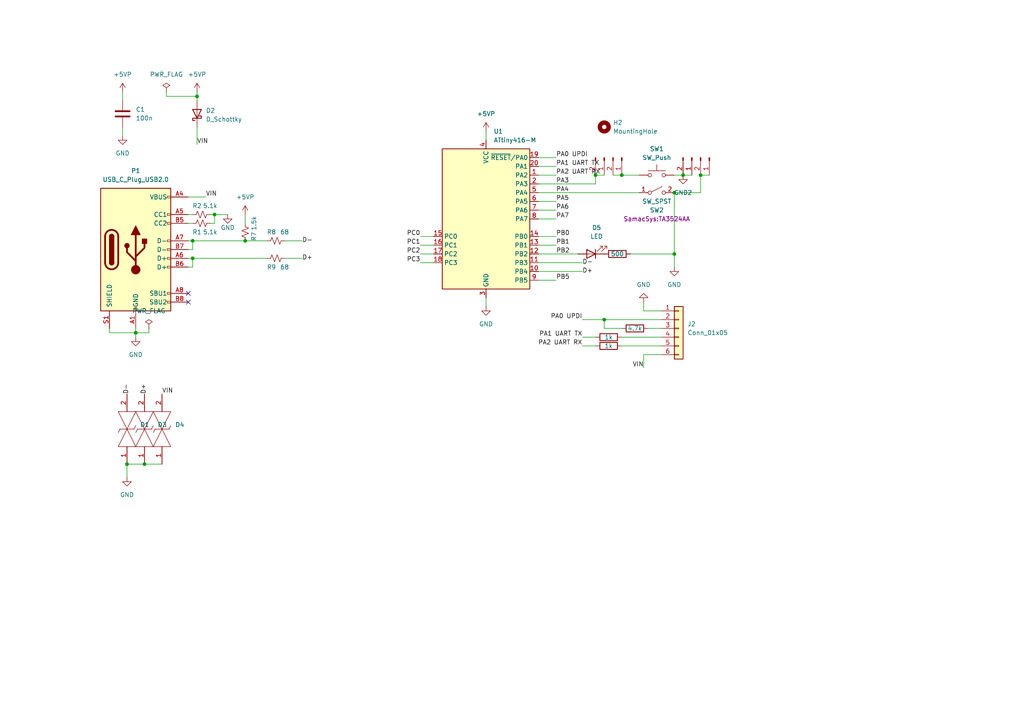
<source format=kicad_sch>
(kicad_sch (version 20230121) (generator eeschema)
  (paper "A4")
  (lib_symbols
    (symbol "Connector:Conn_01x02_Pin" (pin_names (offset 1.016) hide)
      (property "Reference" "J" (at 0 2.54 0))
      (property "Value" "Conn_01x02_Pin" (at 0 -5.08 0))
      (symbol "Conn_01x02_Pin_1_1"
        (polyline (pts (xy 1.27 -2.54) (xy 0.8636 -2.54)) (stroke (width 0.1524)))
        (polyline (pts (xy 1.27 0) (xy 0.8636 0)) (stroke (width 0.1524)))
        (rectangle (start 0.8636 -2.413) (end 0 -2.667) (stroke (width 0.1524)) (fill (type outline)))
        (rectangle (start 0.8636 0.127) (end 0 -0.127) (stroke (width 0.1524)) (fill (type outline)))
        (pin passive line (at 5.08 0 180) (length 3.81) (name "Pin_1") (number "1"))
        (pin passive line (at 5.08 -2.54 180) (length 3.81) (name "Pin_2") (number "2"))
      )
    )
    (symbol "Connector:USB_C_Receptacle_USB2.0" (pin_names (offset 1.016))
      (property "Reference" "J" (at -10.16 19.05 0))
      (property "Value" "USB_C_Receptacle_USB2.0" (at 19.05 19.05 0))
      (symbol "USB_C_Receptacle_USB2.0_0_0"
        (rectangle (start -0.254 -17.78) (end 0.254 -16.764))
        (rectangle (start 10.16 -14.986) (end 9.144 -15.494))
        (rectangle (start 10.16 -12.446) (end 9.144 -12.954))
        (rectangle (start 10.16 -4.826) (end 9.144 -5.334))
        (rectangle (start 10.16 -2.286) (end 9.144 -2.794))
        (rectangle (start 10.16 0.254) (end 9.144 -0.254))
        (rectangle (start 10.16 2.794) (end 9.144 2.286))
        (rectangle (start 10.16 7.874) (end 9.144 7.366))
        (rectangle (start 10.16 10.414) (end 9.144 9.906))
        (rectangle (start 10.16 15.494) (end 9.144 14.986))
      )
      (symbol "USB_C_Receptacle_USB2.0_0_1"
        (rectangle (start -10.16 17.78) (end 10.16 -17.78) (stroke (width 0.254)) (fill (type background)))
        (arc (start -8.89 -3.81) (mid -6.985 -5.7067) (end -5.08 -3.81) (stroke (width 0.508)))
        (arc (start -7.62 -3.81) (mid -6.985 -4.4423) (end -6.35 -3.81) (stroke (width 0.254)))
        (arc (start -7.62 -3.81) (mid -6.985 -4.4423) (end -6.35 -3.81) (stroke (width 0.254)) (fill (type outline)))
        (rectangle (start -7.62 -3.81) (end -6.35 3.81) (stroke (width 0.254)) (fill (type outline)))
        (arc (start -6.35 3.81) (mid -6.985 4.4423) (end -7.62 3.81) (stroke (width 0.254)))
        (arc (start -6.35 3.81) (mid -6.985 4.4423) (end -7.62 3.81) (stroke (width 0.254)) (fill (type outline)))
        (arc (start -5.08 3.81) (mid -6.985 5.7067) (end -8.89 3.81) (stroke (width 0.508)))
        (circle (center -2.54 1.143) (radius 0.635) (stroke (width 0.254)) (fill (type outline)))
        (circle (center 0 -5.842) (radius 1.27) (fill (type outline)))
        (polyline (pts (xy -8.89 -3.81) (xy -8.89 3.81)) (stroke (width 0.508)))
        (polyline (pts (xy -5.08 3.81) (xy -5.08 -3.81)) (stroke (width 0.508)))
        (polyline (pts (xy 0 -5.842) (xy 0 4.318)) (stroke (width 0.508)))
        (polyline (pts (xy 0 -3.302) (xy -2.54 -0.762) (xy -2.54 0.508)) (stroke (width 0.508)))
        (polyline (pts (xy 0 -2.032) (xy 2.54 0.508) (xy 2.54 1.778)) (stroke (width 0.508)))
        (polyline (pts (xy -1.27 4.318) (xy 0 6.858) (xy 1.27 4.318) (xy -1.27 4.318)) (stroke (width 0.254)) (fill (type outline)))
        (rectangle (start 1.905 1.778) (end 3.175 3.048) (stroke (width 0.254)) (fill (type outline)))
      )
      (symbol "USB_C_Receptacle_USB2.0_1_1"
        (pin passive line (at 0 -22.86 90) (length 5.08) (name "GND") (number "A1"))
        (pin passive line (at 0 -22.86 90) (length 5.08) hide (name "GND") (number "A12"))
        (pin passive line (at 15.24 15.24 180) (length 5.08) (name "VBUS") (number "A4"))
        (pin bidirectional line (at 15.24 10.16 180) (length 5.08) (name "CC1") (number "A5"))
        (pin bidirectional line (at 15.24 -2.54 180) (length 5.08) (name "D+") (number "A6"))
        (pin bidirectional line (at 15.24 2.54 180) (length 5.08) (name "D-") (number "A7"))
        (pin bidirectional line (at 15.24 -12.7 180) (length 5.08) (name "SBU1") (number "A8"))
        (pin passive line (at 15.24 15.24 180) (length 5.08) hide (name "VBUS") (number "A9"))
        (pin passive line (at 0 -22.86 90) (length 5.08) hide (name "GND") (number "B1"))
        (pin passive line (at 0 -22.86 90) (length 5.08) hide (name "GND") (number "B12"))
        (pin passive line (at 15.24 15.24 180) (length 5.08) hide (name "VBUS") (number "B4"))
        (pin bidirectional line (at 15.24 7.62 180) (length 5.08) (name "CC2") (number "B5"))
        (pin bidirectional line (at 15.24 -5.08 180) (length 5.08) (name "D+") (number "B6"))
        (pin bidirectional line (at 15.24 0 180) (length 5.08) (name "D-") (number "B7"))
        (pin bidirectional line (at 15.24 -15.24 180) (length 5.08) (name "SBU2") (number "B8"))
        (pin passive line (at 15.24 15.24 180) (length 5.08) hide (name "VBUS") (number "B9"))
        (pin passive line (at -7.62 -22.86 90) (length 5.08) (name "SHIELD") (number "S1"))
      )
    )
    (symbol "Connector_Generic:Conn_01x06" (pin_names (offset 1.016) hide)
      (property "Reference" "J" (at 0 7.62 0))
      (property "Value" "Conn_01x06" (at 0 -10.16 0))
      (symbol "Conn_01x06_1_1"
        (rectangle (start -1.27 -7.493) (end 0 -7.747) (stroke (width 0.1524)))
        (rectangle (start -1.27 -4.953) (end 0 -5.207) (stroke (width 0.1524)))
        (rectangle (start -1.27 -2.413) (end 0 -2.667) (stroke (width 0.1524)))
        (rectangle (start -1.27 0.127) (end 0 -0.127) (stroke (width 0.1524)))
        (rectangle (start -1.27 2.667) (end 0 2.413) (stroke (width 0.1524)))
        (rectangle (start -1.27 5.207) (end 0 4.953) (stroke (width 0.1524)))
        (rectangle (start -1.27 6.35) (end 1.27 -8.89) (stroke (width 0.254)) (fill (type background)))
        (pin passive line (at -5.08 5.08 0) (length 3.81) (name "Pin_1") (number "1"))
        (pin passive line (at -5.08 2.54 0) (length 3.81) (name "Pin_2") (number "2"))
        (pin passive line (at -5.08 0 0) (length 3.81) (name "Pin_3") (number "3"))
        (pin passive line (at -5.08 -2.54 0) (length 3.81) (name "Pin_4") (number "4"))
        (pin passive line (at -5.08 -5.08 0) (length 3.81) (name "Pin_5") (number "5"))
        (pin passive line (at -5.08 -7.62 0) (length 3.81) (name "Pin_6") (number "6"))
      )
    )
    (symbol "Device:C" (pin_numbers hide) (pin_names (offset 0.254))
      (property "Reference" "C" (at 0.635 2.54 0))
      (property "Value" "C" (at 0.635 -2.54 0))
      (symbol "C_0_1"
        (polyline (pts (xy -2.032 -0.762) (xy 2.032 -0.762)) (stroke (width 0.508)))
        (polyline (pts (xy -2.032 0.762) (xy 2.032 0.762)) (stroke (width 0.508)))
      )
      (symbol "C_1_1"
        (pin passive line (at 0 3.81 270) (length 2.794) (name "~") (number "1"))
        (pin passive line (at 0 -3.81 90) (length 2.794) (name "~") (number "2"))
      )
    )
    (symbol "Device:D_Schottky" (pin_numbers hide) (pin_names (offset 1.016) hide)
      (property "Reference" "D" (at 0 2.54 0))
      (property "Value" "D_Schottky" (at 0 -2.54 0))
      (symbol "D_Schottky_0_1"
        (polyline (pts (xy 1.27 0) (xy -1.27 0)))
        (polyline (pts (xy 1.27 1.27) (xy 1.27 -1.27) (xy -1.27 0) (xy 1.27 1.27)) (stroke (width 0.254)))
        (polyline (pts (xy -1.905 0.635) (xy -1.905 1.27) (xy -1.27 1.27) (xy -1.27 -1.27) (xy -0.635 -1.27) (xy -0.635 -0.635)) (stroke (width 0.254)))
      )
      (symbol "D_Schottky_1_1"
        (pin passive line (at -3.81 0 0) (length 2.54) (name "K") (number "1"))
        (pin passive line (at 3.81 0 180) (length 2.54) (name "A") (number "2"))
      )
    )
    (symbol "Device:LED" (pin_numbers hide) (pin_names (offset 1.016) hide)
      (property "Reference" "D" (at 0 2.54 0))
      (property "Value" "LED" (at 0 -2.54 0))
      (symbol "LED_0_1"
        (polyline (pts (xy -1.27 -1.27) (xy -1.27 1.27)) (stroke (width 0.254)))
        (polyline (pts (xy -1.27 0) (xy 1.27 0)))
        (polyline (pts (xy 1.27 -1.27) (xy 1.27 1.27) (xy -1.27 0) (xy 1.27 -1.27)) (stroke (width 0.254)))
        (polyline (pts (xy -3.048 -0.762) (xy -4.572 -2.286) (xy -3.81 -2.286) (xy -4.572 -2.286) (xy -4.572 -1.524)))
        (polyline (pts (xy -1.778 -0.762) (xy -3.302 -2.286) (xy -2.54 -2.286) (xy -3.302 -2.286) (xy -3.302 -1.524)))
      )
      (symbol "LED_1_1"
        (pin passive line (at -3.81 0 0) (length 2.54) (name "K") (number "1"))
        (pin passive line (at 3.81 0 180) (length 2.54) (name "A") (number "2"))
      )
    )
    (symbol "Device:R" (pin_numbers hide) (pin_names (offset 0))
      (property "Reference" "R" (at 2.032 0 90))
      (property "Value" "R" (at 0 0 90))
      (symbol "R_0_1"
        (rectangle (start -1.016 -2.54) (end 1.016 2.54) (stroke (width 0.254)))
      )
      (symbol "R_1_1"
        (pin passive line (at 0 3.81 270) (length 1.27) (name "~") (number "1"))
        (pin passive line (at 0 -3.81 90) (length 1.27) (name "~") (number "2"))
      )
    )
    (symbol "Device:R_Small_US" (pin_numbers hide) (pin_names (offset 0.254) hide)
      (property "Reference" "R" (at 0.762 0.508 0))
      (property "Value" "R_Small_US" (at 0.762 -1.016 0))
      (symbol "R_Small_US_1_1"
        (polyline (pts (xy 0 0) (xy 1.016 -0.381) (xy 0 -0.762) (xy -1.016 -1.143) (xy 0 -1.524)))
        (polyline (pts (xy 0 1.524) (xy 1.016 1.143) (xy 0 0.762) (xy -1.016 0.381) (xy 0 0)))
        (pin passive line (at 0 2.54 270) (length 1.016) (name "~") (number "1"))
        (pin passive line (at 0 -2.54 90) (length 1.016) (name "~") (number "2"))
      )
    )
    (symbol "MCU_Microchip_ATtiny:ATtiny416-M"
      (property "Reference" "U" (at -12.7 21.59 0))
      (property "Value" "ATtiny416-M" (at 2.54 -21.59 0))
      (symbol "ATtiny416-M_0_1"
        (rectangle (start -12.7 -20.32) (end 12.7 20.32) (stroke (width 0.254)) (fill (type background)))
      )
      (symbol "ATtiny416-M_1_1"
        (pin bidirectional line (at 15.24 12.7 180) (length 2.54) (name "PA2") (number "1"))
        (pin bidirectional line (at 15.24 -15.24 180) (length 2.54) (name "PB4") (number "10"))
        (pin bidirectional line (at 15.24 -12.7 180) (length 2.54) (name "PB3") (number "11"))
        (pin bidirectional line (at 15.24 -10.16 180) (length 2.54) (name "PB2") (number "12"))
        (pin bidirectional line (at 15.24 -7.62 180) (length 2.54) (name "PB1") (number "13"))
        (pin bidirectional line (at 15.24 -5.08 180) (length 2.54) (name "PB0") (number "14"))
        (pin bidirectional line (at -15.24 -5.08 0) (length 2.54) (name "PC0") (number "15"))
        (pin bidirectional line (at -15.24 -7.62 0) (length 2.54) (name "PC1") (number "16"))
        (pin bidirectional line (at -15.24 -10.16 0) (length 2.54) (name "PC2") (number "17"))
        (pin bidirectional line (at -15.24 -12.7 0) (length 2.54) (name "PC3") (number "18"))
        (pin bidirectional line (at 15.24 17.78 180) (length 2.54) (name "~{RESET}/PA0") (number "19"))
        (pin bidirectional line (at 15.24 10.16 180) (length 2.54) (name "PA3") (number "2"))
        (pin bidirectional line (at 15.24 15.24 180) (length 2.54) (name "PA1") (number "20"))
        (pin passive line (at 0 -22.86 90) (length 2.54) hide (name "GND") (number "21"))
        (pin power_in line (at 0 -22.86 90) (length 2.54) (name "GND") (number "3"))
        (pin power_in line (at 0 22.86 270) (length 2.54) (name "VCC") (number "4"))
        (pin bidirectional line (at 15.24 7.62 180) (length 2.54) (name "PA4") (number "5"))
        (pin bidirectional line (at 15.24 5.08 180) (length 2.54) (name "PA5") (number "6"))
        (pin bidirectional line (at 15.24 2.54 180) (length 2.54) (name "PA6") (number "7"))
        (pin bidirectional line (at 15.24 0 180) (length 2.54) (name "PA7") (number "8"))
        (pin bidirectional line (at 15.24 -17.78 180) (length 2.54) (name "PB5") (number "9"))
      )
    )
    (symbol "Mechanical:MountingHole" (pin_names (offset 1.016))
      (property "Reference" "H" (at 0 5.08 0))
      (property "Value" "MountingHole" (at 0 3.175 0))
      (symbol "MountingHole_0_1"
        (circle (center 0 0) (radius 1.27) (stroke (width 1.27)))
      )
    )
    (symbol "SamacSys:LESD5D5.0CT1G" (pin_names (offset 0.762))
      (property "Reference" "D" (at 12.7 8.89 0))
      (property "Value" "LESD5D5.0CT1G" (at 12.7 6.35 0))
      (symbol "LESD5D5.0CT1G_0_0"
        (pin passive line (at 0 0 0) (length 5.08) (name "~") (number "1"))
        (pin passive line (at 20.32 0 180) (length 5.08) (name "~") (number "2"))
      )
      (symbol "LESD5D5.0CT1G_0_1"
        (polyline (pts (xy 9.144 2.54) (xy 10.16 2.032)) (stroke (width 0.1524)))
        (polyline (pts (xy 10.16 -2.032) (xy 10.16 2.032)) (stroke (width 0.1524)))
        (polyline (pts (xy 10.16 -2.032) (xy 11.176 -2.54)) (stroke (width 0.1524)))
        (polyline (pts (xy 10.16 0) (xy 5.08 -2.54) (xy 5.08 2.54) (xy 10.16 0)) (stroke (width 0.1524)))
        (polyline (pts (xy 10.16 0) (xy 15.24 -2.54) (xy 15.24 2.54) (xy 10.16 0)) (stroke (width 0.1524)))
      )
    )
    (symbol "Switch:SW_Push" (pin_numbers hide) (pin_names (offset 1.016) hide)
      (property "Reference" "SW" (at 1.27 2.54 0))
      (property "Value" "SW_Push" (at 0 -1.524 0))
      (symbol "SW_Push_0_1"
        (circle (center -2.032 0) (radius 0.508))
        (polyline (pts (xy 0 1.27) (xy 0 3.048)))
        (polyline (pts (xy 2.54 1.27) (xy -2.54 1.27)))
        (circle (center 2.032 0) (radius 0.508))
        (pin passive line (at -5.08 0 0) (length 2.54) (name "1") (number "1"))
        (pin passive line (at 5.08 0 180) (length 2.54) (name "2") (number "2"))
      )
    )
    (symbol "Switch:SW_SPST" (pin_names (offset 0) hide)
      (property "Reference" "SW" (at 0 3.175 0))
      (property "Value" "SW_SPST" (at 0 -2.54 0))
      (symbol "SW_SPST_0_0"
        (circle (center -2.032 0) (radius 0.508))
        (polyline (pts (xy -1.524 0.254) (xy 1.524 1.778)))
        (circle (center 2.032 0) (radius 0.508))
      )
      (symbol "SW_SPST_1_1"
        (pin passive line (at -5.08 0 0) (length 2.54) (name "A") (number "1"))
        (pin passive line (at 5.08 0 180) (length 2.54) (name "B") (number "2"))
      )
    )
    (symbol "power:+5VP" (power) (pin_names (offset 0))
      (property "Value" "+5VP" (at 0 3.556 0))
      (symbol "+5VP_0_1"
        (polyline (pts (xy -0.762 1.27) (xy 0 2.54)))
        (polyline (pts (xy 0 0) (xy 0 2.54)))
        (polyline (pts (xy 0 2.54) (xy 0.762 1.27)))
      )
      (symbol "+5VP_1_1"
        (pin power_in line (at 0 0 90) (length 0) hide (name "+5VP") (number "1"))
      )
    )
    (symbol "power:GND" (power) (pin_names (offset 0))
      (property "Value" "GND" (at 0 -3.81 0))
      (symbol "GND_0_1"
        (polyline (pts (xy 0 0) (xy 0 -1.27) (xy 1.27 -1.27) (xy 0 -2.54) (xy -1.27 -1.27) (xy 0 -1.27)))
      )
      (symbol "GND_1_1"
        (pin power_in line (at 0 0 270) (length 0) hide (name "GND") (number "1"))
      )
    )
    (symbol "power:GND2" (power) (pin_names (offset 0))
      (property "Value" "GND2" (at 0 -3.81 0))
      (symbol "GND2_0_1"
        (polyline (pts (xy 0 0) (xy 0 -1.27) (xy 1.27 -1.27) (xy 0 -2.54) (xy -1.27 -1.27) (xy 0 -1.27)))
      )
      (symbol "GND2_1_1"
        (pin power_in line (at 0 0 270) (length 0) hide (name "GND2") (number "1"))
      )
    )
    (symbol "power:PWR_FLAG" (power) (pin_numbers hide) (pin_names (offset 0) hide)
      (property "Value" "PWR_FLAG" (at 0 3.81 0))
      (symbol "PWR_FLAG_0_0"
        (pin power_out line (at 0 0 90) (length 0) (name "pwr") (number "1"))
      )
      (symbol "PWR_FLAG_0_1"
        (polyline (pts (xy 0 0) (xy 0 1.27) (xy -1.016 1.905) (xy 0 2.54) (xy 1.016 1.905) (xy 0 1.27)))
      )
    )
  )
  (junction (at 180.34 50.8))
  (junction (at 195.58 73.66))
  (junction (at 198.12 50.8))
  (junction (at 41.91 134.62))
  (junction (at 36.83 134.62))
  (junction (at 55.88 74.93))
  (junction (at 39.37 96.52))
  (junction (at 175.26 92.71))
  (junction (at 172.72 50.8))
  (junction (at 195.58 55.88))
  (junction (at 71.12 69.85))
  (junction (at 57.15 27.94))
  (junction (at 55.88 69.85))
  (junction (at 62.23 62.23))
  (junction (at 203.2 50.8))
  (no_connect (at 54.61 85.09))
  (no_connect (at 54.61 87.63))
  (wire (pts (xy 156.21 50.8) (xy 161.29 50.8)))
  (wire (pts (xy 121.92 73.66) (xy 125.73 73.66)))
  (wire (pts (xy 140.97 86.36) (xy 140.97 88.9)))
  (wire (pts (xy 55.88 69.85) (xy 54.61 69.85)))
  (wire (pts (xy 48.26 27.94) (xy 57.15 27.94)))
  (wire (pts (xy 35.56 26.67) (xy 35.56 29.21)))
  (wire (pts (xy 55.88 69.85) (xy 71.12 69.85)))
  (wire (pts (xy 35.56 36.83) (xy 35.56 39.37)))
  (wire (pts (xy 55.88 72.39) (xy 54.61 72.39)))
  (wire (pts (xy 156.21 58.42) (xy 161.29 58.42)))
  (wire (pts (xy 39.37 97.79) (xy 39.37 96.52)))
  (wire (pts (xy 55.88 74.93) (xy 77.47 74.93)))
  (wire (pts (xy 156.21 76.2) (xy 168.91 76.2)))
  (wire (pts (xy 172.72 50.8) (xy 175.26 50.8)))
  (wire (pts (xy 195.58 50.8) (xy 198.12 50.8)))
  (wire (pts (xy 198.12 50.8) (xy 200.66 50.8)))
  (wire (pts (xy 60.96 64.77) (xy 62.23 64.77)))
  (wire (pts (xy 156.21 60.96) (xy 161.29 60.96)))
  (wire (pts (xy 195.58 55.88) (xy 195.58 73.66)))
  (wire (pts (xy 41.91 134.62) (xy 46.99 134.62)))
  (wire (pts (xy 57.15 26.67) (xy 57.15 27.94)))
  (wire (pts (xy 55.88 69.85) (xy 55.88 72.39)))
  (wire (pts (xy 156.21 68.58) (xy 161.29 68.58)))
  (wire (pts (xy 31.75 96.52) (xy 31.75 95.25)))
  (wire (pts (xy 156.21 71.12) (xy 161.29 71.12)))
  (wire (pts (xy 156.21 78.74) (xy 168.91 78.74)))
  (wire (pts (xy 62.23 62.23) (xy 60.96 62.23)))
  (wire (pts (xy 172.72 50.8) (xy 172.72 53.34)))
  (wire (pts (xy 140.97 38.1) (xy 140.97 40.64)))
  (wire (pts (xy 195.58 73.66) (xy 195.58 77.47)))
  (wire (pts (xy 121.92 76.2) (xy 125.73 76.2)))
  (wire (pts (xy 54.61 62.23) (xy 55.88 62.23)))
  (wire (pts (xy 180.34 50.8) (xy 185.42 50.8)))
  (wire (pts (xy 66.04 62.23) (xy 62.23 62.23)))
  (wire (pts (xy 36.83 134.62) (xy 41.91 134.62)))
  (wire (pts (xy 156.21 53.34) (xy 172.72 53.34)))
  (wire (pts (xy 54.61 57.15) (xy 59.69 57.15)))
  (wire (pts (xy 71.12 69.85) (xy 77.47 69.85)))
  (wire (pts (xy 121.92 68.58) (xy 125.73 68.58)))
  (wire (pts (xy 55.88 77.47) (xy 54.61 77.47)))
  (wire (pts (xy 187.96 95.25) (xy 191.77 95.25)))
  (wire (pts (xy 203.2 55.88) (xy 195.58 55.88)))
  (wire (pts (xy 168.91 100.33) (xy 172.72 100.33)))
  (wire (pts (xy 156.21 73.66) (xy 167.64 73.66)))
  (wire (pts (xy 168.91 97.79) (xy 172.72 97.79)))
  (wire (pts (xy 31.75 96.52) (xy 39.37 96.52)))
  (wire (pts (xy 156.21 55.88) (xy 185.42 55.88)))
  (wire (pts (xy 43.18 96.52) (xy 43.18 95.25)))
  (wire (pts (xy 186.69 106.68) (xy 186.69 102.87)))
  (wire (pts (xy 156.21 45.72) (xy 161.29 45.72)))
  (wire (pts (xy 82.55 74.93) (xy 87.63 74.93)))
  (wire (pts (xy 203.2 50.8) (xy 203.2 55.88)))
  (wire (pts (xy 191.77 102.87) (xy 186.69 102.87)))
  (wire (pts (xy 62.23 64.77) (xy 62.23 62.23)))
  (wire (pts (xy 39.37 96.52) (xy 39.37 95.25)))
  (wire (pts (xy 121.92 71.12) (xy 125.73 71.12)))
  (wire (pts (xy 57.15 36.83) (xy 57.15 41.91)))
  (wire (pts (xy 203.2 50.8) (xy 205.74 50.8)))
  (wire (pts (xy 48.26 26.67) (xy 48.26 27.94)))
  (wire (pts (xy 168.91 92.71) (xy 175.26 92.71)))
  (wire (pts (xy 180.34 97.79) (xy 191.77 97.79)))
  (wire (pts (xy 156.21 48.26) (xy 161.29 48.26)))
  (wire (pts (xy 175.26 92.71) (xy 191.77 92.71)))
  (wire (pts (xy 180.34 100.33) (xy 191.77 100.33)))
  (wire (pts (xy 57.15 27.94) (xy 57.15 29.21)))
  (wire (pts (xy 175.26 95.25) (xy 175.26 92.71)))
  (wire (pts (xy 36.83 138.43) (xy 36.83 134.62)))
  (wire (pts (xy 156.21 81.28) (xy 161.29 81.28)))
  (wire (pts (xy 177.8 50.8) (xy 180.34 50.8)))
  (wire (pts (xy 55.88 74.93) (xy 55.88 77.47)))
  (wire (pts (xy 156.21 63.5) (xy 161.29 63.5)))
  (wire (pts (xy 71.12 62.23) (xy 71.12 64.77)))
  (wire (pts (xy 55.88 64.77) (xy 54.61 64.77)))
  (wire (pts (xy 82.55 69.85) (xy 87.63 69.85)))
  (wire (pts (xy 55.88 74.93) (xy 54.61 74.93)))
  (wire (pts (xy 186.69 90.17) (xy 191.77 90.17)))
  (wire (pts (xy 186.69 90.17) (xy 186.69 87.63)))
  (wire (pts (xy 195.58 73.66) (xy 182.88 73.66)))
  (wire (pts (xy 43.18 96.52) (xy 39.37 96.52)))
  (wire (pts (xy 180.34 95.25) (xy 175.26 95.25)))
  (label "PA4" (at 161.29 55.88 0))
  (label "D-" (at 36.83 114.3 90) (property "Intersheetrefs" "${INTERSHEET_REFS}" (effects hide)))
  (label "PC0" (at 121.92 68.58 180))
  (label "PA0 UPDI" (at 161.29 45.72 0))
  (label "PC2" (at 121.92 73.66 180))
  (label "PA2 UART RX" (at 161.29 50.8 0))
  (label "PB0" (at 161.29 68.58 0))
  (label "D+" (at 168.91 78.74 0) (property "Intersheetrefs" "${INTERSHEET_REFS}" (effects hide)))
  (label "PA7" (at 161.29 63.5 0))
  (label "PB1" (at 161.29 71.12 0))
  (label "VIN" (at 59.69 57.15 0))
  (label "D+" (at 87.63 74.93 0) (property "Intersheetrefs" "${INTERSHEET_REFS}" (effects hide)))
  (label "PC1" (at 121.92 71.12 180))
  (label "PA5" (at 161.29 58.42 0))
  (label "D+" (at 41.91 114.3 90) (property "Intersheetrefs" "${INTERSHEET_REFS}" (effects hide)))
  (label "PC3" (at 121.92 76.2 180))
  (label "VIN" (at 46.99 114.3 0))
  (label "PA3" (at 161.29 53.34 0))
  (label "VIN" (at 57.15 41.91 0))
  (label "VIN" (at 186.69 106.68 180))
  (label "D-" (at 87.63 69.85 0) (property "Intersheetrefs" "${INTERSHEET_REFS}" (effects hide)))
  (label "PA1 UART TX" (at 168.91 97.79 180))
  (label "PA1 UART TX" (at 161.29 48.26 0))
  (label "PB2" (at 161.29 73.66 0))
  (label "PA0 UPDI" (at 168.91 92.71 180))
  (label "PB5" (at 161.29 81.28 0))
  (label "PA6" (at 161.29 60.96 0))
  (label "PA2 UART RX" (at 168.91 100.33 180))
  (label "D-" (at 168.91 76.2 0) (property "Intersheetrefs" "${INTERSHEET_REFS}" (effects hide)))
  (symbol (lib_id "SamacSys:LESD5D5.0CT1G") (at 46.99 134.62 90) (unit 1)
    (property "Reference" "D4" (at 50.8 123.19 90) (effects (justify right)))
    (property "Value" "LESD5D5.0CT1G" (effects hide))
    (property "Footprint" "SamacSys:LESD5D50CT1G" (effects hide))
    (property "Description" "Transient Voltage Suppressors for ESD Protection" (effects hide))
    (property "Height" "0.7" (effects hide))
    (property "Manufacturer_Name" "LRC" (effects hide))
    (property "Manufacturer_Part_Number" "LESD5D5.0CT1G" (effects hide))
    (property "LCSC" "C383211" (effects hide))
  )
  (symbol (lib_id "power:GND") (at 35.56 39.37 0) (unit 1)
    (property "Reference" "#PWR09" (effects hide))
    (property "Value" "GND" (at 35.56 44.45 0))
  )
  (symbol (lib_id "SamacSys:LESD5D5.0CT1G") (at 41.91 134.62 90) (unit 1)
    (property "Reference" "D3" (at 45.72 123.19 90) (effects (justify right)))
    (property "Value" "LESD5D5.0CT1G" (effects hide))
    (property "Footprint" "SamacSys:LESD5D50CT1G" (effects hide))
    (property "Description" "Transient Voltage Suppressors for ESD Protection" (effects hide))
    (property "Height" "0.7" (effects hide))
    (property "Manufacturer_Name" "LRC" (effects hide))
    (property "Manufacturer_Part_Number" "LESD5D5.0CT1G" (effects hide))
    (property "LCSC" "C383211" (effects hide))
  )
  (symbol (lib_id "Connector:Conn_01x02_Pin") (at 200.66 45.72 270) (unit 1)
    (property "Reference" "TP6" (effects hide))
    (property "Value" "TestPoint" (effects hide))
    (property "Footprint" "Connector_PinHeader_2.54mm:PinHeader_1x02_P2.54mm_Vertical" (effects hide))
  )
  (symbol (lib_id "Device:R_Small_US") (at 58.42 62.23 270) (unit 1)
    (property "Reference" "R2" (at 57.15 59.69 90))
    (property "Value" "5.1k" (at 60.96 59.69 90))
    (property "Footprint" "Resistor_SMD:R_0402_1005Metric" (effects hide))
  )
  (symbol (lib_id "Mechanical:MountingHole") (at 175.26 36.83 0) (unit 1)
    (property "Reference" "H2" (at 177.8 35.56 0) (effects (justify left)))
    (property "Value" "MountingHole" (at 177.8 38.1 0) (effects (justify left)))
    (property "Footprint" "panelization:mouse-bite-2.54mm-slot" (effects hide))
  )
  (symbol (lib_id "power:GND") (at 36.83 138.43 0) (unit 1)
    (property "Reference" "#PWR02" (effects hide))
    (property "Value" "GND" (at 36.83 143.51 0))
  )
  (symbol (lib_id "power:+5VP") (at 140.97 38.1 0) (unit 1)
    (property "Reference" "#PWR05" (effects hide))
    (property "Value" "+5VP" (at 140.97 33.02 0))
  )
  (symbol (lib_id "Device:R") (at 179.07 73.66 90) (unit 1)
    (property "Reference" "R6" (effects hide))
    (property "Value" "500" (at 179.07 73.66 90))
    (property "Footprint" "Resistor_SMD:R_0402_1005Metric" (effects hide))
  )
  (symbol (lib_id "Device:R_Small_US") (at 58.42 64.77 270) (unit 1)
    (property "Reference" "R1" (at 57.15 67.31 90))
    (property "Value" "5.1k" (at 60.96 67.31 90))
    (property "Footprint" "Resistor_SMD:R_0402_1005Metric" (effects hide))
  )
  (symbol (lib_id "power:GND") (at 195.58 77.47 0) (unit 1)
    (property "Reference" "#PWR012" (effects hide))
    (property "Value" "GND" (at 195.58 82.55 0))
  )
  (symbol (lib_id "Switch:SW_Push") (at 190.5 50.8 0) (unit 1)
    (property "Reference" "SW1" (at 190.5 43.18 0))
    (property "Value" "SW_Push" (at 190.5 45.72 0))
    (property "Footprint" "keyswitches:Kailh_socket_MX_optional" (effects hide))
  )
  (symbol (lib_id "power:+5VP") (at 35.56 26.67 0) (unit 1)
    (property "Reference" "#PWR08" (effects hide))
    (property "Value" "+5VP" (at 35.56 21.59 0))
  )
  (symbol (lib_id "Switch:SW_SPST") (at 190.5 55.88 0) (unit 1)
    (property "Reference" "SW2" (at 190.5 60.96 0))
    (property "Value" "SW_SPST" (at 190.5 58.42 0))
    (property "Footprint" "SamacSys:TA3524AA" (at 190.5 63.5 0))
  )
  (symbol (lib_id "Device:R") (at 176.53 100.33 90) (unit 1)
    (property "Reference" "R4" (effects hide))
    (property "Value" "1k" (at 176.53 100.33 90))
    (property "Footprint" "Resistor_SMD:R_0402_1005Metric" (effects hide))
  )
  (symbol (lib_id "power:GND2") (at 198.12 50.8 0) (unit 1)
    (property "Reference" "#PWR010" (effects hide))
    (property "Value" "GND2" (at 198.12 55.88 0))
  )
  (symbol (lib_id "Device:LED") (at 171.45 73.66 180) (unit 1)
    (property "Reference" "D5" (at 173.0375 66.04 0))
    (property "Value" "LED" (at 173.0375 68.58 0))
    (property "Footprint" "LED_SMD:LED_0603_1608Metric" (effects hide))
  )
  (symbol (lib_id "power:GND") (at 66.04 62.23 0) (unit 1)
    (property "Reference" "#PWR04" (effects hide))
    (property "Value" "GND" (at 66.04 66.04 0))
  )
  (symbol (lib_id "Connector:Conn_01x02_Pin") (at 205.74 45.72 270) (unit 1)
    (property "Reference" "TP3" (effects hide))
    (property "Value" "TestPoint" (effects hide))
    (property "Footprint" "Connector_PinHeader_2.54mm:PinHeader_1x02_P2.54mm_Vertical" (effects hide))
  )
  (symbol (lib_id "Connector:Conn_01x02_Pin") (at 175.26 45.72 270) (unit 1)
    (property "Reference" "TP2" (effects hide))
    (property "Value" "TestPoint" (effects hide))
    (property "Footprint" "Connector_PinHeader_2.54mm:PinHeader_1x02_P2.54mm_Vertical" (effects hide))
  )
  (symbol (lib_id "Connector_Generic:Conn_01x06") (at 196.85 95.25 0) (unit 1)
    (property "Reference" "J2" (at 199.39 93.98 0) (effects (justify left)))
    (property "Value" "Conn_01x05" (at 199.39 96.52 0) (effects (justify left)))
    (property "Footprint" "Connector_PinHeader_2.54mm:PinHeader_1x06_P2.54mm_Vertical" (effects hide))
  )
  (symbol (lib_id "Device:C") (at 35.56 33.02 0) (unit 1)
    (property "Reference" "C1" (at 39.37 31.75 0) (effects (justify left)))
    (property "Value" "100n" (at 39.37 34.29 0) (effects (justify left)))
    (property "Footprint" "Capacitor_SMD:C_0402_1005Metric" (effects hide))
  )
  (symbol (lib_id "power:GND") (at 186.69 87.63 180) (unit 1)
    (property "Reference" "#PWR07" (effects hide))
    (property "Value" "GND" (at 186.69 82.55 0))
  )
  (symbol (lib_id "Device:R_Small_US") (at 80.01 69.85 90) (unit 1)
    (property "Reference" "R8" (at 78.74 67.31 90))
    (property "Value" "68" (at 82.55 67.31 90))
    (property "Footprint" "Resistor_SMD:R_0402_1005Metric" (effects hide))
  )
  (symbol (lib_id "Device:R_Small_US") (at 80.01 74.93 90) (unit 1)
    (property "Reference" "R9" (at 78.74 77.47 90))
    (property "Value" "68" (at 82.55 77.47 90))
    (property "Footprint" "Resistor_SMD:R_0402_1005Metric" (effects hide))
  )
  (symbol (lib_id "power:GND") (at 39.37 97.79 0) (unit 1)
    (property "Reference" "#PWR01" (effects hide))
    (property "Value" "GND" (at 39.37 102.87 0))
  )
  (symbol (lib_id "power:+5VP") (at 57.15 26.67 0) (unit 1)
    (property "Reference" "#PWR013" (effects hide))
    (property "Value" "+5VP" (at 57.15 21.59 0))
  )
  (symbol (lib_id "Device:R_Small_US") (at 71.12 67.31 0) (unit 1)
    (property "Reference" "R7" (at 73.66 68.58 90))
    (property "Value" "1.5k" (at 73.66 64.77 90))
    (property "Footprint" "Resistor_SMD:R_0402_1005Metric" (effects hide))
  )
  (symbol (lib_id "power:+5VP") (at 71.12 62.23 0) (unit 1)
    (property "Reference" "#PWR03" (effects hide))
    (property "Value" "+5VP" (at 71.12 57.15 0))
  )
  (symbol (lib_id "SamacSys:LESD5D5.0CT1G") (at 36.83 134.62 90) (unit 1)
    (property "Reference" "D1" (at 40.64 123.19 90) (effects (justify right)))
    (property "Value" "LESD5D5.0CT1G" (effects hide))
    (property "Footprint" "SamacSys:LESD5D50CT1G" (effects hide))
    (property "Description" "Transient Voltage Suppressors for ESD Protection" (effects hide))
    (property "Height" "0.7" (effects hide))
    (property "Manufacturer_Name" "LRC" (effects hide))
    (property "Manufacturer_Part_Number" "LESD5D5.0CT1G" (effects hide))
    (property "LCSC" "C383211" (effects hide))
  )
  (symbol (lib_id "Device:R") (at 184.15 95.25 90) (unit 1)
    (property "Reference" "R5" (effects hide))
    (property "Value" "4.7k" (at 184.15 95.25 90))
    (property "Footprint" "Resistor_SMD:R_0402_1005Metric" (effects hide))
  )
  (symbol (lib_id "Connector:Conn_01x02_Pin") (at 180.34 45.72 270) (unit 1)
    (property "Reference" "TP1" (effects hide))
    (property "Value" "TestPoint" (effects hide))
    (property "Footprint" "Connector_PinHeader_2.54mm:PinHeader_1x02_P2.54mm_Vertical" (effects hide))
  )
  (symbol (lib_id "power:GND") (at 140.97 88.9 0) (unit 1)
    (property "Reference" "#PWR06" (effects hide))
    (property "Value" "GND" (at 140.97 93.98 0))
  )
  (symbol (lib_id "Device:R") (at 176.53 97.79 90) (unit 1)
    (property "Reference" "R3" (effects hide))
    (property "Value" "1k" (at 176.53 97.79 90))
    (property "Footprint" "Resistor_SMD:R_0402_1005Metric" (effects hide))
  )
  (symbol (lib_id "power:PWR_FLAG") (at 48.26 26.67 0) (unit 1)
    (property "Reference" "#FLG02" (effects hide))
    (property "Value" "PWR_FLAG" (at 48.26 21.59 0))
  )
  (symbol (lib_id "power:PWR_FLAG") (at 43.18 95.25 0) (unit 1)
    (property "Reference" "#FLG01" (effects hide))
    (property "Value" "PWR_FLAG" (at 43.18 90.17 0))
  )
  (symbol (lib_id "Device:D_Schottky") (at 57.15 33.02 90) (unit 1)
    (property "Reference" "D2" (at 59.69 32.0675 90) (effects (justify right)))
    (property "Value" "D_Schottky" (at 59.69 34.6075 90) (effects (justify right)))
    (property "Footprint" "Diode_SMD:D_0402_1005Metric" (effects hide))
  )
  (symbol (lib_id "MCU_Microchip_ATtiny:ATtiny416-M") (at 140.97 63.5 0) (unit 1)
    (property "Reference" "U1" (at 143.1641 38.1 0) (effects (justify left)))
    (property "Value" "ATtiny416-M" (at 143.1641 40.64 0) (effects (justify left)))
    (property "Footprint" "Package_DFN_QFN:VQFN-20-1EP_3x3mm_P0.4mm_EP1.7x1.7mm" (effects hide))
    (property "Datasheet" "http://ww1.microchip.com/downloads/en/DeviceDoc/40001913A.pdf" (effects hide))
  )
  (symbol (lib_id "Connector:USB_C_Receptacle_USB2.0") (at 39.37 72.39 0) (unit 1)
    (property "Reference" "P1" (at 39.37 49.53 0))
    (property "Value" "USB_C_Plug_USB2.0" (at 39.37 52.07 0))
    (property "Footprint" "usbc:USB-C-SMD_KH-TYPE-C-16P" (effects hide))
    (property "Datasheet" "https://www.usb.org/sites/default/files/documents/usb_type-c.zip" (effects hide))
  )
)
</source>
